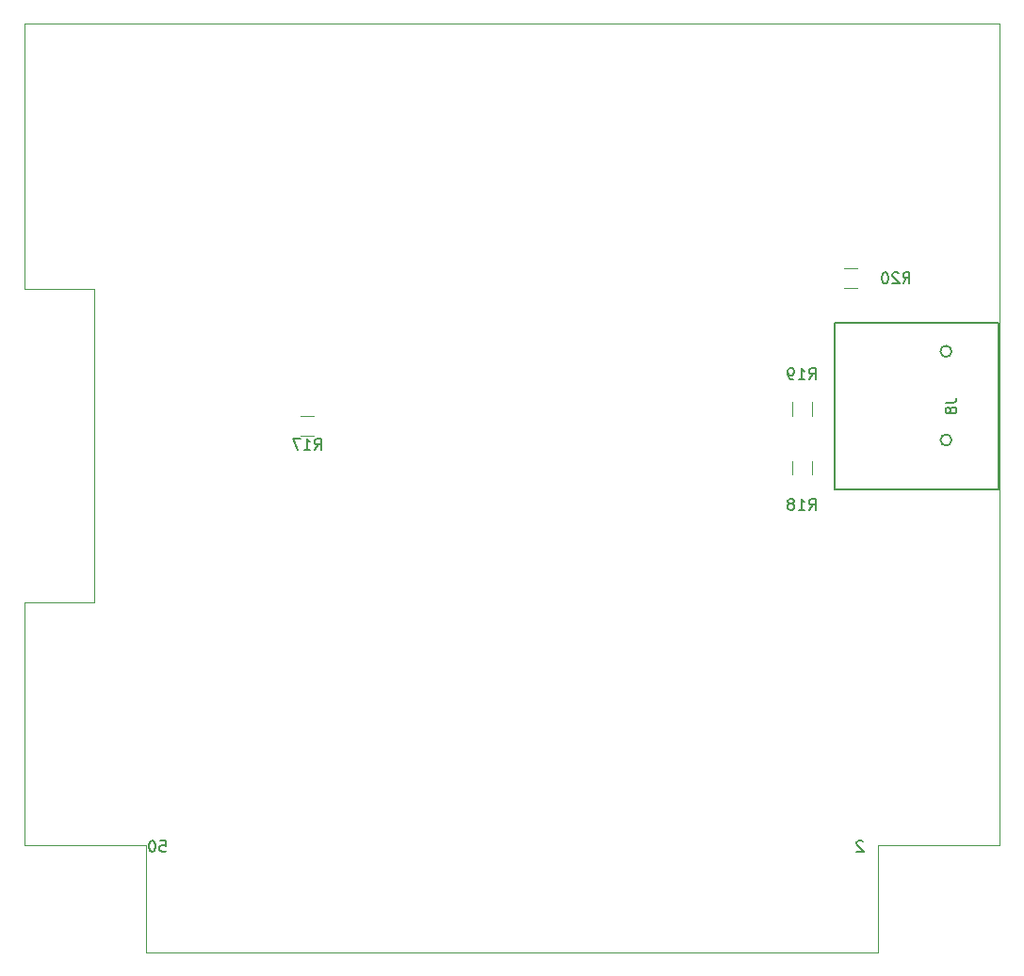
<source format=gbr>
G04 #@! TF.GenerationSoftware,KiCad,Pcbnew,(5.1.5)-3*
G04 #@! TF.CreationDate,2021-09-07T21:26:42+12:00*
G04 #@! TF.ProjectId,PocketTRS,506f636b-6574-4545-9253-2e6b69636164,rev?*
G04 #@! TF.SameCoordinates,Original*
G04 #@! TF.FileFunction,Legend,Bot*
G04 #@! TF.FilePolarity,Positive*
%FSLAX46Y46*%
G04 Gerber Fmt 4.6, Leading zero omitted, Abs format (unit mm)*
G04 Created by KiCad (PCBNEW (5.1.5)-3) date 2021-09-07 21:26:42*
%MOMM*%
%LPD*%
G04 APERTURE LIST*
%ADD10C,0.150000*%
%ADD11C,0.050000*%
%ADD12C,0.120000*%
G04 APERTURE END LIST*
D10*
X177276095Y-135469380D02*
X177752285Y-135469380D01*
X177799904Y-135945571D01*
X177752285Y-135897952D01*
X177657047Y-135850333D01*
X177418952Y-135850333D01*
X177323714Y-135897952D01*
X177276095Y-135945571D01*
X177228476Y-136040809D01*
X177228476Y-136278904D01*
X177276095Y-136374142D01*
X177323714Y-136421761D01*
X177418952Y-136469380D01*
X177657047Y-136469380D01*
X177752285Y-136421761D01*
X177799904Y-136374142D01*
X176609428Y-135469380D02*
X176514190Y-135469380D01*
X176418952Y-135517000D01*
X176371333Y-135564619D01*
X176323714Y-135659857D01*
X176276095Y-135850333D01*
X176276095Y-136088428D01*
X176323714Y-136278904D01*
X176371333Y-136374142D01*
X176418952Y-136421761D01*
X176514190Y-136469380D01*
X176609428Y-136469380D01*
X176704666Y-136421761D01*
X176752285Y-136374142D01*
X176799904Y-136278904D01*
X176847523Y-136088428D01*
X176847523Y-135850333D01*
X176799904Y-135659857D01*
X176752285Y-135564619D01*
X176704666Y-135517000D01*
X176609428Y-135469380D01*
X240442714Y-135564619D02*
X240395095Y-135517000D01*
X240299857Y-135469380D01*
X240061761Y-135469380D01*
X239966523Y-135517000D01*
X239918904Y-135564619D01*
X239871285Y-135659857D01*
X239871285Y-135755095D01*
X239918904Y-135897952D01*
X240490333Y-136469380D01*
X239871285Y-136469380D01*
D11*
X175260000Y-135890000D02*
X176022000Y-135890000D01*
X241808000Y-145542000D02*
X241300000Y-145542000D01*
X241808000Y-135890000D02*
X252730000Y-135890000D01*
X241808000Y-145542000D02*
X241808000Y-135890000D01*
X176022000Y-145542000D02*
X241300000Y-145542000D01*
X176022000Y-135890000D02*
X176022000Y-145542000D01*
X165100000Y-135890000D02*
X175260000Y-135890000D01*
X165100000Y-135890000D02*
X165100000Y-114046000D01*
X165100000Y-64770000D02*
X165100000Y-85852000D01*
X171323000Y-85852000D02*
X171323000Y-90805000D01*
X171323000Y-85852000D02*
X165100000Y-85852000D01*
X171323000Y-114046000D02*
X171323000Y-90805000D01*
X165100000Y-114046000D02*
X171323000Y-114046000D01*
X252730000Y-64770000D02*
X252730000Y-61976000D01*
X165100000Y-61976000D02*
X165100000Y-64770000D01*
X252730000Y-64770000D02*
X252730000Y-135890000D01*
X165100000Y-61976000D02*
X252730000Y-61976000D01*
D10*
X248404000Y-91463000D02*
G75*
G03X248404000Y-91463000I-500000J0D01*
G01*
X248404000Y-99443000D02*
G75*
G03X248404000Y-99443000I-500000J0D01*
G01*
X237904000Y-88893000D02*
X237904000Y-103893000D01*
X237904000Y-103893000D02*
X252604000Y-103893000D01*
X252604000Y-103893000D02*
X252604000Y-88893000D01*
X252604000Y-88893000D02*
X237904000Y-88893000D01*
D12*
X189900000Y-99051000D02*
X191100000Y-99051000D01*
X191100000Y-97291000D02*
X189900000Y-97291000D01*
X235830000Y-102517500D02*
X235830000Y-101317500D01*
X234070000Y-101317500D02*
X234070000Y-102517500D01*
X234070000Y-96047000D02*
X234070000Y-97247000D01*
X235830000Y-97247000D02*
X235830000Y-96047000D01*
X238731500Y-85779500D02*
X239931500Y-85779500D01*
X239931500Y-84019500D02*
X238731500Y-84019500D01*
D10*
X247856380Y-96059666D02*
X248570666Y-96059666D01*
X248713523Y-96012047D01*
X248808761Y-95916809D01*
X248856380Y-95773952D01*
X248856380Y-95678714D01*
X248284952Y-96678714D02*
X248237333Y-96583476D01*
X248189714Y-96535857D01*
X248094476Y-96488238D01*
X248046857Y-96488238D01*
X247951619Y-96535857D01*
X247904000Y-96583476D01*
X247856380Y-96678714D01*
X247856380Y-96869190D01*
X247904000Y-96964428D01*
X247951619Y-97012047D01*
X248046857Y-97059666D01*
X248094476Y-97059666D01*
X248189714Y-97012047D01*
X248237333Y-96964428D01*
X248284952Y-96869190D01*
X248284952Y-96678714D01*
X248332571Y-96583476D01*
X248380190Y-96535857D01*
X248475428Y-96488238D01*
X248665904Y-96488238D01*
X248761142Y-96535857D01*
X248808761Y-96583476D01*
X248856380Y-96678714D01*
X248856380Y-96869190D01*
X248808761Y-96964428D01*
X248761142Y-97012047D01*
X248665904Y-97059666D01*
X248475428Y-97059666D01*
X248380190Y-97012047D01*
X248332571Y-96964428D01*
X248284952Y-96869190D01*
X191142857Y-100323380D02*
X191476190Y-99847190D01*
X191714285Y-100323380D02*
X191714285Y-99323380D01*
X191333333Y-99323380D01*
X191238095Y-99371000D01*
X191190476Y-99418619D01*
X191142857Y-99513857D01*
X191142857Y-99656714D01*
X191190476Y-99751952D01*
X191238095Y-99799571D01*
X191333333Y-99847190D01*
X191714285Y-99847190D01*
X190190476Y-100323380D02*
X190761904Y-100323380D01*
X190476190Y-100323380D02*
X190476190Y-99323380D01*
X190571428Y-99466238D01*
X190666666Y-99561476D01*
X190761904Y-99609095D01*
X189857142Y-99323380D02*
X189190476Y-99323380D01*
X189619047Y-100323380D01*
X235592857Y-105735380D02*
X235926190Y-105259190D01*
X236164285Y-105735380D02*
X236164285Y-104735380D01*
X235783333Y-104735380D01*
X235688095Y-104783000D01*
X235640476Y-104830619D01*
X235592857Y-104925857D01*
X235592857Y-105068714D01*
X235640476Y-105163952D01*
X235688095Y-105211571D01*
X235783333Y-105259190D01*
X236164285Y-105259190D01*
X234640476Y-105735380D02*
X235211904Y-105735380D01*
X234926190Y-105735380D02*
X234926190Y-104735380D01*
X235021428Y-104878238D01*
X235116666Y-104973476D01*
X235211904Y-105021095D01*
X234069047Y-105163952D02*
X234164285Y-105116333D01*
X234211904Y-105068714D01*
X234259523Y-104973476D01*
X234259523Y-104925857D01*
X234211904Y-104830619D01*
X234164285Y-104783000D01*
X234069047Y-104735380D01*
X233878571Y-104735380D01*
X233783333Y-104783000D01*
X233735714Y-104830619D01*
X233688095Y-104925857D01*
X233688095Y-104973476D01*
X233735714Y-105068714D01*
X233783333Y-105116333D01*
X233878571Y-105163952D01*
X234069047Y-105163952D01*
X234164285Y-105211571D01*
X234211904Y-105259190D01*
X234259523Y-105354428D01*
X234259523Y-105544904D01*
X234211904Y-105640142D01*
X234164285Y-105687761D01*
X234069047Y-105735380D01*
X233878571Y-105735380D01*
X233783333Y-105687761D01*
X233735714Y-105640142D01*
X233688095Y-105544904D01*
X233688095Y-105354428D01*
X233735714Y-105259190D01*
X233783333Y-105211571D01*
X233878571Y-105163952D01*
X235592857Y-93987880D02*
X235926190Y-93511690D01*
X236164285Y-93987880D02*
X236164285Y-92987880D01*
X235783333Y-92987880D01*
X235688095Y-93035500D01*
X235640476Y-93083119D01*
X235592857Y-93178357D01*
X235592857Y-93321214D01*
X235640476Y-93416452D01*
X235688095Y-93464071D01*
X235783333Y-93511690D01*
X236164285Y-93511690D01*
X234640476Y-93987880D02*
X235211904Y-93987880D01*
X234926190Y-93987880D02*
X234926190Y-92987880D01*
X235021428Y-93130738D01*
X235116666Y-93225976D01*
X235211904Y-93273595D01*
X234164285Y-93987880D02*
X233973809Y-93987880D01*
X233878571Y-93940261D01*
X233830952Y-93892642D01*
X233735714Y-93749785D01*
X233688095Y-93559309D01*
X233688095Y-93178357D01*
X233735714Y-93083119D01*
X233783333Y-93035500D01*
X233878571Y-92987880D01*
X234069047Y-92987880D01*
X234164285Y-93035500D01*
X234211904Y-93083119D01*
X234259523Y-93178357D01*
X234259523Y-93416452D01*
X234211904Y-93511690D01*
X234164285Y-93559309D01*
X234069047Y-93606928D01*
X233878571Y-93606928D01*
X233783333Y-93559309D01*
X233735714Y-93511690D01*
X233688095Y-93416452D01*
X244038357Y-85351880D02*
X244371690Y-84875690D01*
X244609785Y-85351880D02*
X244609785Y-84351880D01*
X244228833Y-84351880D01*
X244133595Y-84399500D01*
X244085976Y-84447119D01*
X244038357Y-84542357D01*
X244038357Y-84685214D01*
X244085976Y-84780452D01*
X244133595Y-84828071D01*
X244228833Y-84875690D01*
X244609785Y-84875690D01*
X243657404Y-84447119D02*
X243609785Y-84399500D01*
X243514547Y-84351880D01*
X243276452Y-84351880D01*
X243181214Y-84399500D01*
X243133595Y-84447119D01*
X243085976Y-84542357D01*
X243085976Y-84637595D01*
X243133595Y-84780452D01*
X243705023Y-85351880D01*
X243085976Y-85351880D01*
X242466928Y-84351880D02*
X242371690Y-84351880D01*
X242276452Y-84399500D01*
X242228833Y-84447119D01*
X242181214Y-84542357D01*
X242133595Y-84732833D01*
X242133595Y-84970928D01*
X242181214Y-85161404D01*
X242228833Y-85256642D01*
X242276452Y-85304261D01*
X242371690Y-85351880D01*
X242466928Y-85351880D01*
X242562166Y-85304261D01*
X242609785Y-85256642D01*
X242657404Y-85161404D01*
X242705023Y-84970928D01*
X242705023Y-84732833D01*
X242657404Y-84542357D01*
X242609785Y-84447119D01*
X242562166Y-84399500D01*
X242466928Y-84351880D01*
M02*

</source>
